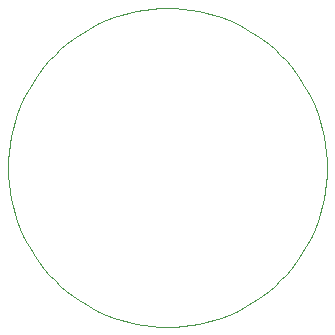
<source format=gbp>
G75*
G70*
%OFA0B0*%
%FSLAX24Y24*%
%IPPOS*%
%LPD*%
%AMOC8*
5,1,8,0,0,1.08239X$1,22.5*
%
%ADD10C,0.0004*%
D10*
X000111Y005426D02*
X000117Y005687D01*
X000137Y005947D01*
X000169Y006206D01*
X000213Y006463D01*
X000270Y006717D01*
X000340Y006969D01*
X000422Y007217D01*
X000516Y007460D01*
X000621Y007698D01*
X000739Y007931D01*
X000867Y008158D01*
X001007Y008379D01*
X001157Y008592D01*
X001317Y008798D01*
X001488Y008995D01*
X001668Y009184D01*
X001857Y009364D01*
X002054Y009535D01*
X002260Y009695D01*
X002473Y009845D01*
X002694Y009985D01*
X002921Y010113D01*
X003154Y010231D01*
X003392Y010336D01*
X003635Y010430D01*
X003883Y010512D01*
X004135Y010582D01*
X004389Y010639D01*
X004646Y010683D01*
X004905Y010715D01*
X005165Y010735D01*
X005426Y010741D01*
X005687Y010735D01*
X005947Y010715D01*
X006206Y010683D01*
X006463Y010639D01*
X006717Y010582D01*
X006969Y010512D01*
X007217Y010430D01*
X007460Y010336D01*
X007698Y010231D01*
X007931Y010113D01*
X008158Y009985D01*
X008379Y009845D01*
X008592Y009695D01*
X008798Y009535D01*
X008995Y009364D01*
X009184Y009184D01*
X009364Y008995D01*
X009535Y008798D01*
X009695Y008592D01*
X009845Y008379D01*
X009985Y008158D01*
X010113Y007931D01*
X010231Y007698D01*
X010336Y007460D01*
X010430Y007217D01*
X010512Y006969D01*
X010582Y006717D01*
X010639Y006463D01*
X010683Y006206D01*
X010715Y005947D01*
X010735Y005687D01*
X010741Y005426D01*
X010735Y005165D01*
X010715Y004905D01*
X010683Y004646D01*
X010639Y004389D01*
X010582Y004135D01*
X010512Y003883D01*
X010430Y003635D01*
X010336Y003392D01*
X010231Y003154D01*
X010113Y002921D01*
X009985Y002694D01*
X009845Y002473D01*
X009695Y002260D01*
X009535Y002054D01*
X009364Y001857D01*
X009184Y001668D01*
X008995Y001488D01*
X008798Y001317D01*
X008592Y001157D01*
X008379Y001007D01*
X008158Y000867D01*
X007931Y000739D01*
X007698Y000621D01*
X007460Y000516D01*
X007217Y000422D01*
X006969Y000340D01*
X006717Y000270D01*
X006463Y000213D01*
X006206Y000169D01*
X005947Y000137D01*
X005687Y000117D01*
X005426Y000111D01*
X005165Y000117D01*
X004905Y000137D01*
X004646Y000169D01*
X004389Y000213D01*
X004135Y000270D01*
X003883Y000340D01*
X003635Y000422D01*
X003392Y000516D01*
X003154Y000621D01*
X002921Y000739D01*
X002694Y000867D01*
X002473Y001007D01*
X002260Y001157D01*
X002054Y001317D01*
X001857Y001488D01*
X001668Y001668D01*
X001488Y001857D01*
X001317Y002054D01*
X001157Y002260D01*
X001007Y002473D01*
X000867Y002694D01*
X000739Y002921D01*
X000621Y003154D01*
X000516Y003392D01*
X000422Y003635D01*
X000340Y003883D01*
X000270Y004135D01*
X000213Y004389D01*
X000169Y004646D01*
X000137Y004905D01*
X000117Y005165D01*
X000111Y005426D01*
M02*

</source>
